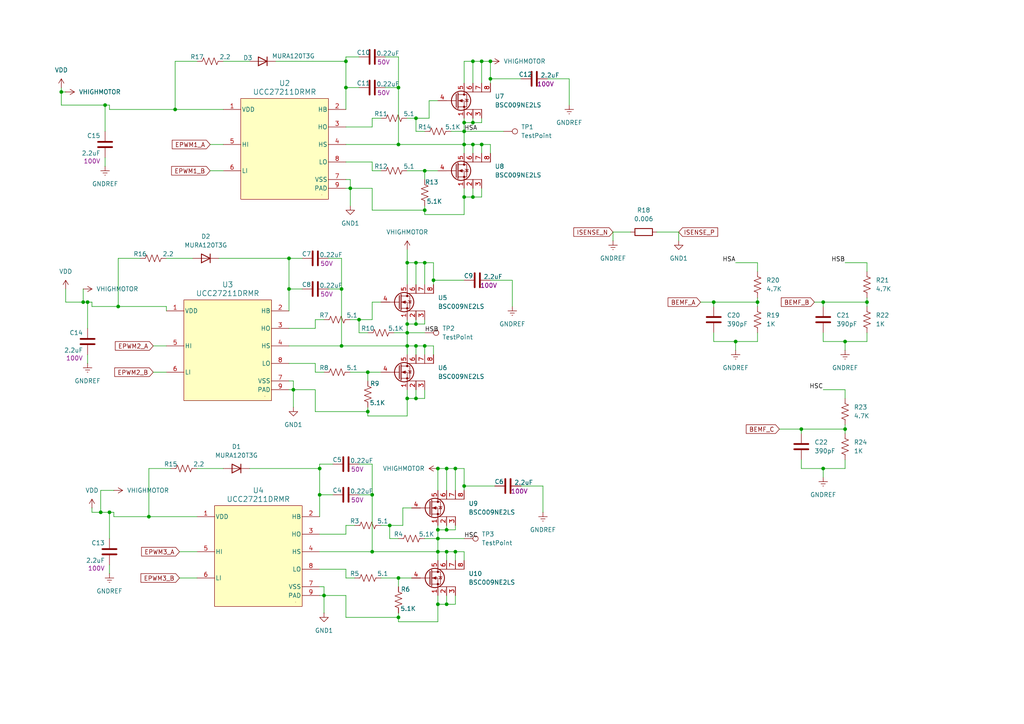
<source format=kicad_sch>
(kicad_sch (version 20250114) (generator "eeschema") (generator_version "9.0")
  (paper "A4")
  (lib_symbols
    (symbol "Connector:TestPoint" (pin_numbers (hide yes)) (pin_names (offset 0.762) (hide yes))
      (property "Reference" "TP" (at 0 6.858 0))
      (property "Value" "TestPoint" (at 0 5.08 0))
      (symbol "TestPoint_0_1"
        (circle (center 0 3.302) (radius 0.762))
      )
      (symbol "TestPoint_1_1"
        (pin passive line (at 0 0 90) (length 2.54) (name "1") (number "1"))
      )
    )
    (symbol "Device:C" (pin_numbers (hide yes)) (pin_names (offset 0.254))
      (property "Reference" "C" (at 0.635 2.54 0))
      (property "Value" "C" (at 0.635 -2.54 0))
      (symbol "C_0_1"
        (polyline (pts (xy -2.032 0.762) (xy 2.032 0.762)) (stroke (width 0.508)))
        (polyline (pts (xy -2.032 -0.762) (xy 2.032 -0.762)) (stroke (width 0.508)))
      )
      (symbol "C_1_1"
        (pin passive line (at 0 3.81 270) (length 2.794) (name "~") (number "1"))
        (pin passive line (at 0 -3.81 90) (length 2.794) (name "~") (number "2"))
      )
    )
    (symbol "Device:D" (pin_numbers (hide yes)) (pin_names (offset 1.016) (hide yes))
      (property "Reference" "D" (at 0 2.54 0))
      (property "Value" "D" (at 0 -2.54 0))
      (symbol "D_0_1"
        (polyline (pts (xy -1.27 1.27) (xy -1.27 -1.27)) (stroke (width 0.254)))
        (polyline (pts (xy 1.27 1.27) (xy 1.27 -1.27) (xy -1.27 0) (xy 1.27 1.27)) (stroke (width 0.254)))
        (polyline (pts (xy 1.27 0) (xy -1.27 0)))
      )
      (symbol "D_1_1"
        (pin passive line (at -3.81 0 0) (length 2.54) (name "K") (number "1"))
        (pin passive line (at 3.81 0 180) (length 2.54) (name "A") (number "2"))
      )
    )
    (symbol "Device:R" (pin_numbers (hide yes)) (pin_names (offset 0))
      (property "Reference" "R" (at 2.032 0 90))
      (property "Value" "R" (at 0 0 90))
      (symbol "R_0_1"
        (rectangle (start -1.016 -2.54) (end 1.016 2.54) (stroke (width 0.254)))
      )
      (symbol "R_1_1"
        (pin passive line (at 0 3.81 270) (length 1.27) (name "~") (number "1"))
        (pin passive line (at 0 -3.81 90) (length 1.27) (name "~") (number "2"))
      )
    )
    (symbol "Device:R_US" (pin_numbers (hide yes)) (pin_names (offset 0))
      (property "Reference" "R" (at 2.54 0 90))
      (property "Value" "R_US" (at -2.54 0 90))
      (symbol "R_US_0_1"
        (polyline (pts (xy 0 2.286) (xy 0 2.54)))
        (polyline (pts (xy 0 2.286) (xy 1.016 1.905) (xy 0 1.524) (xy -1.016 1.143) (xy 0 0.762)))
        (polyline (pts (xy 0 0.762) (xy 1.016 0.381) (xy 0 0) (xy -1.016 -0.381) (xy 0 -0.762)))
        (polyline (pts (xy 0 -0.762) (xy 1.016 -1.143) (xy 0 -1.524) (xy -1.016 -1.905) (xy 0 -2.286)))
        (polyline (pts (xy 0 -2.286) (xy 0 -2.54)))
      )
      (symbol "R_US_1_1"
        (pin passive line (at 0 3.81 270) (length 1.27) (name "~") (number "1"))
        (pin passive line (at 0 -3.81 90) (length 1.27) (name "~") (number "2"))
      )
    )
    (symbol "droneUltimate:BSC009NE2LS"
      (property "Reference" "U" (at 0 1.27 0))
      (property "Value" "BSC009NE2LS" (at 0.508 -0.762 0))
      (symbol "BSC009NE2LS_0_1"
        (polyline (pts (xy 1.524 -5.715) (xy 1.524 -9.525)) (stroke (width 0.254)))
        (polyline (pts (xy 1.524 -7.62) (xy -1.27 -7.62)))
        (polyline (pts (xy 2.032 -5.334) (xy 2.032 -9.906)) (stroke (width 0.254)))
        (polyline (pts (xy 2.032 -9.398) (xy 4.572 -9.398) (xy 4.572 -5.842) (xy 2.032 -5.842)))
        (polyline (pts (xy 2.286 -7.62) (xy 3.302 -7.239) (xy 3.302 -8.001) (xy 2.286 -7.62)) (fill (type outline)))
        (circle (center 2.921 -7.62) (radius 2.794) (stroke (width 0.254)))
        (polyline (pts (xy 3.81 -5.08) (xy 3.81 -5.842)))
        (circle (center 3.81 -5.842) (radius 0.254) (fill (type outline)))
        (circle (center 3.81 -9.398) (radius 0.254) (fill (type outline)))
        (polyline (pts (xy 3.81 -10.16) (xy 3.81 -7.62) (xy 2.032 -7.62)))
        (polyline (pts (xy 4.064 -7.112) (xy 4.191 -7.239) (xy 4.953 -7.239) (xy 5.08 -7.366)))
        (polyline (pts (xy 4.572 -7.239) (xy 4.191 -7.874) (xy 4.953 -7.874) (xy 4.572 -7.239)))
        (polyline (pts (xy 8.89 -10.16) (xy 3.81 -10.16)))
        (polyline (pts (xy 11.43 -5.08) (xy 3.81 -5.08)))
      )
      (symbol "BSC009NE2LS_1_1"
        (pin input line (at -3.81 -7.62 0) (length 2.54) (name "") (number "4"))
        (pin passive line (at 3.81 -2.54 270) (length 2.54) (name "") (number "5"))
        (pin passive line (at 3.81 -12.7 90) (length 2.54) (name "") (number "1"))
        (pin passive line (at 6.35 -2.54 270) (length 2.54) (name "") (number "6"))
        (pin passive line (at 6.35 -12.7 90) (length 2.54) (name "") (number "2"))
        (pin passive line (at 8.89 -2.54 270) (length 2.54) (name "") (number "7"))
        (pin passive line (at 8.89 -12.7 90) (length 2.54) (name "") (number "3"))
        (pin passive line (at 11.43 -2.54 270) (length 2.54) (name "") (number "8"))
      )
    )
    (symbol "droneUltimate:UCC27211DRMR" (pin_names (offset 0.254))
      (property "Reference" "U" (at 0 2.54 0))
      (property "Value" "UCC27211DRMR" (at 0 0 0))
      (symbol "UCC27211DRMR_0_1"
        (pin power_in line (at -17.78 10.16 0) (length 5.08) (name "VDD") (number "1"))
        (pin input line (at -17.78 0 0) (length 5.08) (name "HI") (number "5"))
        (pin input line (at -17.78 -7.62 0) (length 5.08) (name "LI") (number "6"))
        (pin power_in line (at 17.78 10.16 180) (length 5.08) (name "HB") (number "2"))
        (pin output line (at 17.78 5.08 180) (length 5.08) (name "HO") (number "3"))
        (pin power_in line (at 17.78 0 180) (length 5.08) (name "HS") (number "4"))
        (pin output line (at 17.78 -5.08 180) (length 5.08) (name "LO") (number "8"))
        (pin power_in line (at 17.78 -10.16 180) (length 5.08) (name "VSS") (number "7"))
        (pin unspecified line (at 17.78 -12.7 180) (length 5.08) (name "PAD") (number "9"))
      )
      (symbol "UCC27211DRMR_1_1"
        (rectangle (start -12.7 13.335) (end 12.7 -15.875) (fill (type background)))
        (rectangle (start 10.795 -14.605) (end 10.795 -14.605))
      )
    )
    (symbol "power:+3V3" (power) (pin_numbers (hide yes)) (pin_names (offset 0) (hide yes))
      (property "Value" "+3V3" (at 0 3.556 0))
      (symbol "+3V3_0_1"
        (polyline (pts (xy -0.762 1.27) (xy 0 2.54)))
        (polyline (pts (xy 0 2.54) (xy 0.762 1.27)))
        (polyline (pts (xy 0 0) (xy 0 2.54)))
      )
      (symbol "+3V3_1_1"
        (pin power_in line (at 0 0 90) (length 0) (name "~") (number "1"))
      )
    )
    (symbol "power:GND1" (power) (pin_numbers (hide yes)) (pin_names (offset 0) (hide yes))
      (property "Value" "GND1" (at 0 -3.81 0))
      (symbol "GND1_0_1"
        (polyline (pts (xy 0 0) (xy 0 -1.27) (xy 1.27 -1.27) (xy 0 -2.54) (xy -1.27 -1.27) (xy 0 -1.27)))
      )
      (symbol "GND1_1_1"
        (pin power_in line (at 0 0 270) (length 0) (name "~") (number "1"))
      )
    )
    (symbol "power:GNDREF" (power) (pin_numbers (hide yes)) (pin_names (offset 0) (hide yes))
      (property "Value" "GNDREF" (at 0 -3.81 0))
      (symbol "GNDREF_0_1"
        (polyline (pts (xy -0.635 -1.905) (xy 0.635 -1.905)))
        (polyline (pts (xy -0.127 -2.54) (xy 0.127 -2.54)))
        (polyline (pts (xy 0 -1.27) (xy 0 0)))
        (polyline (pts (xy 1.27 -1.27) (xy -1.27 -1.27)))
      )
      (symbol "GNDREF_1_1"
        (pin power_in line (at 0 0 270) (length 0) (name "~") (number "1"))
      )
    )
    (symbol "power:VCC" (power) (pin_numbers (hide yes)) (pin_names (offset 0) (hide yes))
      (property "Value" "VCC" (at 0 3.556 0))
      (symbol "VCC_0_1"
        (polyline (pts (xy -0.762 1.27) (xy 0 2.54)))
        (polyline (pts (xy 0 2.54) (xy 0.762 1.27)))
        (polyline (pts (xy 0 0) (xy 0 2.54)))
      )
      (symbol "VCC_1_1"
        (pin power_in line (at 0 0 90) (length 0) (name "~") (number "1"))
      )
    )
  )
  (junction (at 17.78 26.67))
  (junction (at 127 175.26))
  (junction (at 106.68 119.38))
  (junction (at 245.11 99.06))
  (junction (at 115.57 167.64))
  (junction (at 118.11 76.2))
  (junction (at 92.71 143.51))
  (junction (at 34.29 88.9))
  (junction (at 92.71 135.89))
  (junction (at 125.73 81.28))
  (junction (at 120.65 34.29))
  (junction (at 132.08 135.89))
  (junction (at 139.7 17.78))
  (junction (at 132.08 160.02))
  (junction (at 107.95 143.51))
  (junction (at 134.62 140.97))
  (junction (at 118.11 100.33))
  (junction (at 85.09 113.03))
  (junction (at 134.62 41.91))
  (junction (at 101.6 54.61))
  (junction (at 127 160.02))
  (junction (at 118.11 96.52))
  (junction (at 104.14 92.71))
  (junction (at 100.33 25.4))
  (junction (at 142.24 17.78))
  (junction (at 100.33 17.78))
  (junction (at 134.62 35.56))
  (junction (at 24.13 87.63))
  (junction (at 232.41 124.46))
  (junction (at 115.57 179.07))
  (junction (at 137.16 35.56))
  (junction (at 219.71 87.63))
  (junction (at 115.57 41.91))
  (junction (at 120.65 93.98))
  (junction (at 31.75 148.59))
  (junction (at 142.24 22.86))
  (junction (at 123.19 100.33))
  (junction (at 238.76 135.89))
  (junction (at 50.8 31.75))
  (junction (at 251.46 87.63))
  (junction (at 213.36 99.06))
  (junction (at 106.68 107.95))
  (junction (at 118.11 93.98))
  (junction (at 123.19 60.96))
  (junction (at 30.48 30.48))
  (junction (at 127 156.21))
  (junction (at 120.65 100.33))
  (junction (at 129.54 175.26))
  (junction (at 123.19 76.2))
  (junction (at 127 135.89))
  (junction (at 134.62 38.1))
  (junction (at 137.16 41.91))
  (junction (at 118.11 115.57))
  (junction (at 120.65 76.2))
  (junction (at 139.7 41.91))
  (junction (at 99.06 100.33))
  (junction (at 129.54 153.67))
  (junction (at 120.65 115.57))
  (junction (at 245.11 124.46))
  (junction (at 127 153.67))
  (junction (at 137.16 17.78))
  (junction (at 129.54 135.89))
  (junction (at 115.57 25.4))
  (junction (at 43.18 149.86))
  (junction (at 25.4 87.63))
  (junction (at 93.98 172.72))
  (junction (at 129.54 160.02))
  (junction (at 99.06 83.82))
  (junction (at 134.62 57.15))
  (junction (at 83.82 83.82))
  (junction (at 29.21 148.59))
  (junction (at 107.95 160.02))
  (junction (at 137.16 57.15))
  (junction (at 238.76 87.63))
  (junction (at 83.82 74.93))
  (junction (at 207.01 87.63))
  (junction (at 113.03 152.4))
  (junction (at 123.19 49.53))
  (wire (pts (xy 129.54 160.02) (xy 127 160.02)))
  (wire (pts (xy 31.75 156.21) (xy 31.75 148.59)))
  (wire (pts (xy 80.01 17.78) (xy 100.33 17.78)))
  (wire (pts (xy 129.54 175.26) (xy 127 175.26)))
  (wire (pts (xy 151.13 140.97) (xy 157.48 140.97)))
  (wire (pts (xy 60.96 49.53) (xy 64.77 49.53)))
  (wire (pts (xy 118.11 72.39) (xy 118.11 76.2)))
  (wire (pts (xy 115.57 179.07) (xy 100.33 179.07)))
  (wire (pts (xy 48.26 74.93) (xy 55.88 74.93)))
  (wire (pts (xy 107.95 49.53) (xy 110.49 49.53)))
  (wire (pts (xy 236.22 87.63) (xy 238.76 87.63)))
  (wire (pts (xy 127 160.02) (xy 127 156.21)))
  (wire (pts (xy 91.44 107.95) (xy 93.98 107.95)))
  (wire (pts (xy 129.54 152.4) (xy 129.54 153.67)))
  (wire (pts (xy 127 153.67) (xy 127 156.21)))
  (wire (pts (xy 64.77 17.78) (xy 72.39 17.78)))
  (wire (pts (xy 134.62 41.91) (xy 134.62 38.1)))
  (wire (pts (xy 123.19 76.2) (xy 123.19 82.55)))
  (wire (pts (xy 29.21 142.24) (xy 29.21 148.59)))
  (wire (pts (xy 245.11 124.46) (xy 245.11 123.19)))
  (wire (pts (xy 83.82 95.25) (xy 91.44 95.25)))
  (wire (pts (xy 30.48 38.1) (xy 30.48 30.48)))
  (wire (pts (xy 48.26 88.9) (xy 48.26 90.17)))
  (wire (pts (xy 123.19 38.1) (xy 120.65 38.1)))
  (wire (pts (xy 113.03 152.4) (xy 116.84 152.4)))
  (wire (pts (xy 106.68 107.95) (xy 106.68 110.49)))
  (wire (pts (xy 123.19 60.96) (xy 123.19 62.23)))
  (wire (pts (xy 107.95 46.99) (xy 107.95 49.53)))
  (wire (pts (xy 106.68 96.52) (xy 104.14 96.52)))
  (wire (pts (xy 137.16 17.78) (xy 137.16 24.13)))
  (wire (pts (xy 107.95 160.02) (xy 127 160.02)))
  (wire (pts (xy 118.11 49.53) (xy 123.19 49.53)))
  (wire (pts (xy 92.71 134.62) (xy 92.71 135.89)))
  (wire (pts (xy 134.62 17.78) (xy 134.62 24.13)))
  (wire (pts (xy 30.48 45.72) (xy 30.48 48.26)))
  (wire (pts (xy 104.14 16.51) (xy 100.33 16.51)))
  (wire (pts (xy 129.54 162.56) (xy 129.54 160.02)))
  (wire (pts (xy 85.09 113.03) (xy 85.09 118.11)))
  (wire (pts (xy 245.11 76.2) (xy 251.46 76.2)))
  (wire (pts (xy 33.02 149.86) (xy 43.18 149.86)))
  (wire (pts (xy 101.6 52.07) (xy 101.6 54.61)))
  (wire (pts (xy 100.33 165.1) (xy 100.33 167.64)))
  (wire (pts (xy 238.76 99.06) (xy 245.11 99.06)))
  (wire (pts (xy 120.65 100.33) (xy 118.11 100.33)))
  (wire (pts (xy 33.02 148.59) (xy 33.02 149.86)))
  (wire (pts (xy 232.41 125.73) (xy 232.41 124.46)))
  (wire (pts (xy 107.95 60.96) (xy 107.95 54.61)))
  (wire (pts (xy 104.14 92.71) (xy 107.95 92.71)))
  (wire (pts (xy 203.2 87.63) (xy 207.01 87.63)))
  (wire (pts (xy 118.11 100.33) (xy 118.11 102.87)))
  (wire (pts (xy 142.24 17.78) (xy 139.7 17.78)))
  (wire (pts (xy 29.21 148.59) (xy 31.75 148.59)))
  (wire (pts (xy 134.62 156.21) (xy 127 156.21)))
  (wire (pts (xy 118.11 96.52) (xy 114.3 96.52)))
  (wire (pts (xy 100.33 54.61) (xy 101.6 54.61)))
  (wire (pts (xy 127 160.02) (xy 127 162.56)))
  (wire (pts (xy 92.71 135.89) (xy 92.71 143.51)))
  (wire (pts (xy 127 156.21) (xy 123.19 156.21)))
  (wire (pts (xy 134.62 57.15) (xy 134.62 54.61)))
  (wire (pts (xy 43.18 135.89) (xy 43.18 149.86)))
  (wire (pts (xy 120.65 113.03) (xy 120.65 115.57)))
  (wire (pts (xy 44.45 107.95) (xy 48.26 107.95)))
  (wire (pts (xy 31.75 163.83) (xy 31.75 166.37)))
  (wire (pts (xy 177.8 67.31) (xy 177.8 69.85)))
  (wire (pts (xy 125.73 82.55) (xy 125.73 81.28)))
  (wire (pts (xy 17.78 26.67) (xy 17.78 30.48)))
  (wire (pts (xy 115.57 177.8) (xy 115.57 179.07)))
  (wire (pts (xy 132.08 172.72) (xy 132.08 175.26)))
  (wire (pts (xy 142.24 22.86) (xy 142.24 17.78)))
  (wire (pts (xy 100.33 154.94) (xy 100.33 152.4)))
  (wire (pts (xy 95.25 83.82) (xy 99.06 83.82)))
  (wire (pts (xy 118.11 100.33) (xy 118.11 96.52)))
  (wire (pts (xy 91.44 113.03) (xy 85.09 113.03)))
  (wire (pts (xy 100.33 25.4) (xy 104.14 25.4)))
  (wire (pts (xy 107.95 34.29) (xy 110.49 34.29)))
  (wire (pts (xy 137.16 17.78) (xy 134.62 17.78)))
  (wire (pts (xy 99.06 83.82) (xy 99.06 100.33)))
  (wire (pts (xy 111.76 25.4) (xy 115.57 25.4)))
  (wire (pts (xy 87.63 74.93) (xy 83.82 74.93)))
  (wire (pts (xy 139.7 41.91) (xy 139.7 44.45)))
  (wire (pts (xy 238.76 135.89) (xy 245.11 135.89)))
  (wire (pts (xy 118.11 115.57) (xy 118.11 113.03)))
  (wire (pts (xy 106.68 119.38) (xy 91.44 119.38)))
  (wire (pts (xy 83.82 113.03) (xy 85.09 113.03)))
  (wire (pts (xy 17.78 30.48) (xy 30.48 30.48)))
  (wire (pts (xy 134.62 38.1) (xy 130.81 38.1)))
  (wire (pts (xy 118.11 76.2) (xy 118.11 82.55)))
  (wire (pts (xy 104.14 96.52) (xy 104.14 92.71)))
  (wire (pts (xy 182.88 67.31) (xy 177.8 67.31)))
  (wire (pts (xy 219.71 87.63) (xy 219.71 88.9)))
  (wire (pts (xy 134.62 140.97) (xy 143.51 140.97)))
  (wire (pts (xy 127 135.89) (xy 127 142.24)))
  (wire (pts (xy 238.76 113.03) (xy 245.11 113.03)))
  (wire (pts (xy 116.84 147.32) (xy 119.38 147.32)))
  (wire (pts (xy 132.08 160.02) (xy 129.54 160.02)))
  (wire (pts (xy 107.95 36.83) (xy 107.95 34.29)))
  (wire (pts (xy 219.71 99.06) (xy 219.71 96.52)))
  (wire (pts (xy 123.19 100.33) (xy 123.19 102.87)))
  (wire (pts (xy 120.65 102.87) (xy 120.65 100.33)))
  (wire (pts (xy 92.71 143.51) (xy 96.52 143.51)))
  (wire (pts (xy 123.19 76.2) (xy 120.65 76.2)))
  (wire (pts (xy 50.8 17.78) (xy 50.8 31.75)))
  (wire (pts (xy 101.6 92.71) (xy 104.14 92.71)))
  (wire (pts (xy 95.25 74.93) (xy 99.06 74.93)))
  (wire (pts (xy 115.57 16.51) (xy 115.57 25.4)))
  (wire (pts (xy 123.19 115.57) (xy 120.65 115.57)))
  (wire (pts (xy 137.16 41.91) (xy 134.62 41.91)))
  (wire (pts (xy 120.65 76.2) (xy 120.65 82.55)))
  (wire (pts (xy 134.62 160.02) (xy 132.08 160.02)))
  (wire (pts (xy 196.85 67.31) (xy 196.85 69.85)))
  (wire (pts (xy 92.71 160.02) (xy 107.95 160.02)))
  (wire (pts (xy 26.67 148.59) (xy 29.21 148.59)))
  (wire (pts (xy 132.08 135.89) (xy 129.54 135.89)))
  (wire (pts (xy 24.13 87.63) (xy 25.4 87.63)))
  (wire (pts (xy 148.59 81.28) (xy 148.59 88.9)))
  (wire (pts (xy 245.11 124.46) (xy 245.11 125.73)))
  (wire (pts (xy 139.7 17.78) (xy 137.16 17.78)))
  (wire (pts (xy 137.16 34.29) (xy 137.16 35.56)))
  (wire (pts (xy 52.07 167.64) (xy 57.15 167.64)))
  (wire (pts (xy 101.6 54.61) (xy 101.6 59.69)))
  (wire (pts (xy 25.4 87.63) (xy 26.67 87.63)))
  (wire (pts (xy 17.78 25.4) (xy 17.78 26.67)))
  (wire (pts (xy 158.75 22.86) (xy 165.1 22.86)))
  (wire (pts (xy 91.44 119.38) (xy 91.44 113.03)))
  (wire (pts (xy 115.57 179.07) (xy 115.57 180.34)))
  (wire (pts (xy 123.19 60.96) (xy 107.95 60.96)))
  (wire (pts (xy 110.49 167.64) (xy 115.57 167.64)))
  (wire (pts (xy 137.16 57.15) (xy 134.62 57.15)))
  (wire (pts (xy 129.54 153.67) (xy 127 153.67)))
  (wire (pts (xy 134.62 135.89) (xy 132.08 135.89)))
  (wire (pts (xy 33.02 142.24) (xy 29.21 142.24)))
  (wire (pts (xy 104.14 134.62) (xy 107.95 134.62)))
  (wire (pts (xy 26.67 88.9) (xy 34.29 88.9)))
  (wire (pts (xy 113.03 156.21) (xy 113.03 152.4)))
  (wire (pts (xy 129.54 135.89) (xy 127 135.89)))
  (wire (pts (xy 100.33 17.78) (xy 100.33 25.4)))
  (wire (pts (xy 83.82 110.49) (xy 85.09 110.49)))
  (wire (pts (xy 251.46 87.63) (xy 251.46 86.36)))
  (wire (pts (xy 106.68 107.95) (xy 110.49 107.95)))
  (wire (pts (xy 132.08 175.26) (xy 129.54 175.26)))
  (wire (pts (xy 110.49 152.4) (xy 113.03 152.4)))
  (wire (pts (xy 132.08 135.89) (xy 132.08 142.24)))
  (wire (pts (xy 132.08 160.02) (xy 132.08 162.56)))
  (wire (pts (xy 100.33 46.99) (xy 107.95 46.99)))
  (wire (pts (xy 31.75 30.48) (xy 31.75 31.75)))
  (wire (pts (xy 207.01 99.06) (xy 213.36 99.06)))
  (wire (pts (xy 19.05 83.82) (xy 19.05 87.63)))
  (wire (pts (xy 219.71 76.2) (xy 219.71 78.74)))
  (wire (pts (xy 111.76 16.51) (xy 115.57 16.51)))
  (wire (pts (xy 100.33 152.4) (xy 102.87 152.4)))
  (wire (pts (xy 40.64 74.93) (xy 34.29 74.93)))
  (wire (pts (xy 232.41 133.35) (xy 232.41 135.89)))
  (wire (pts (xy 139.7 34.29) (xy 139.7 35.56)))
  (wire (pts (xy 91.44 95.25) (xy 91.44 92.71)))
  (wire (pts (xy 125.73 76.2) (xy 123.19 76.2)))
  (wire (pts (xy 91.44 92.71) (xy 93.98 92.71)))
  (wire (pts (xy 17.78 26.67) (xy 19.05 26.67)))
  (wire (pts (xy 123.19 49.53) (xy 123.19 52.07)))
  (wire (pts (xy 127 180.34) (xy 127 175.26)))
  (wire (pts (xy 142.24 22.86) (xy 151.13 22.86)))
  (wire (pts (xy 91.44 105.41) (xy 91.44 107.95)))
  (wire (pts (xy 100.33 172.72) (xy 93.98 172.72)))
  (wire (pts (xy 125.73 81.28) (xy 125.73 76.2)))
  (wire (pts (xy 137.16 54.61) (xy 137.16 57.15)))
  (wire (pts (xy 120.65 34.29) (xy 124.46 34.29)))
  (wire (pts (xy 118.11 34.29) (xy 120.65 34.29)))
  (wire (pts (xy 134.62 38.1) (xy 146.05 38.1)))
  (wire (pts (xy 93.98 172.72) (xy 93.98 177.8)))
  (wire (pts (xy 124.46 34.29) (xy 124.46 29.21)))
  (wire (pts (xy 139.7 17.78) (xy 139.7 24.13)))
  (wire (pts (xy 49.53 135.89) (xy 43.18 135.89)))
  (wire (pts (xy 92.71 172.72) (xy 93.98 172.72)))
  (wire (pts (xy 142.24 41.91) (xy 139.7 41.91)))
  (wire (pts (xy 238.76 135.89) (xy 238.76 138.43)))
  (wire (pts (xy 123.19 49.53) (xy 127 49.53)))
  (wire (pts (xy 245.11 99.06) (xy 245.11 101.6)))
  (wire (pts (xy 96.52 134.62) (xy 92.71 134.62)))
  (wire (pts (xy 245.11 99.06) (xy 251.46 99.06)))
  (wire (pts (xy 142.24 24.13) (xy 142.24 22.86)))
  (wire (pts (xy 134.62 62.23) (xy 134.62 57.15)))
  (wire (pts (xy 207.01 96.52) (xy 207.01 99.06)))
  (wire (pts (xy 213.36 76.2) (xy 219.71 76.2)))
  (wire (pts (xy 125.73 102.87) (xy 125.73 100.33)))
  (wire (pts (xy 107.95 92.71) (xy 107.95 87.63)))
  (wire (pts (xy 120.65 92.71) (xy 120.65 93.98)))
  (wire (pts (xy 92.71 165.1) (xy 100.33 165.1)))
  (wire (pts (xy 100.33 36.83) (xy 107.95 36.83)))
  (wire (pts (xy 107.95 87.63) (xy 110.49 87.63)))
  (wire (pts (xy 107.95 134.62) (xy 107.95 143.51)))
  (wire (pts (xy 83.82 90.17) (xy 83.82 83.82)))
  (wire (pts (xy 125.73 100.33) (xy 123.19 100.33)))
  (wire (pts (xy 251.46 99.06) (xy 251.46 96.52)))
  (wire (pts (xy 120.65 115.57) (xy 118.11 115.57)))
  (wire (pts (xy 83.82 83.82) (xy 87.63 83.82)))
  (wire (pts (xy 238.76 88.9) (xy 238.76 87.63)))
  (wire (pts (xy 219.71 87.63) (xy 219.71 86.36)))
  (wire (pts (xy 26.67 87.63) (xy 26.67 88.9)))
  (wire (pts (xy 118.11 93.98) (xy 118.11 96.52)))
  (wire (pts (xy 100.33 16.51) (xy 100.33 17.78)))
  (wire (pts (xy 115.57 156.21) (xy 113.03 156.21)))
  (wire (pts (xy 116.84 152.4) (xy 116.84 147.32)))
  (wire (pts (xy 50.8 31.75) (xy 64.77 31.75)))
  (wire (pts (xy 142.24 44.45) (xy 142.24 41.91)))
  (wire (pts (xy 19.05 87.63) (xy 24.13 87.63)))
  (wire (pts (xy 106.68 118.11) (xy 106.68 119.38)))
  (wire (pts (xy 139.7 54.61) (xy 139.7 57.15)))
  (wire (pts (xy 251.46 76.2) (xy 251.46 78.74)))
  (wire (pts (xy 115.57 167.64) (xy 119.38 167.64)))
  (wire (pts (xy 92.71 170.18) (xy 93.98 170.18)))
  (wire (pts (xy 129.54 135.89) (xy 129.54 142.24)))
  (wire (pts (xy 123.19 96.52) (xy 118.11 96.52)))
  (wire (pts (xy 232.41 124.46) (xy 245.11 124.46)))
  (wire (pts (xy 25.4 102.87) (xy 25.4 105.41)))
  (wire (pts (xy 115.57 180.34) (xy 127 180.34)))
  (wire (pts (xy 190.5 67.31) (xy 196.85 67.31)))
  (wire (pts (xy 245.11 113.03) (xy 245.11 115.57)))
  (wire (pts (xy 142.24 81.28) (xy 148.59 81.28)))
  (wire (pts (xy 137.16 35.56) (xy 134.62 35.56)))
  (wire (pts (xy 139.7 35.56) (xy 137.16 35.56)))
  (wire (pts (xy 43.18 149.86) (xy 57.15 149.86)))
  (wire (pts (xy 139.7 41.91) (xy 137.16 41.91)))
  (wire (pts (xy 157.48 140.97) (xy 157.48 148.59)))
  (wire (pts (xy 104.14 143.51) (xy 107.95 143.51)))
  (wire (pts (xy 100.33 41.91) (xy 115.57 41.91)))
  (wire (pts (xy 120.65 76.2) (xy 118.11 76.2)))
  (wire (pts (xy 123.19 59.69) (xy 123.19 60.96)))
  (wire (pts (xy 123.19 100.33) (xy 120.65 100.33)))
  (wire (pts (xy 31.75 31.75) (xy 50.8 31.75)))
  (wire (pts (xy 99.06 74.93) (xy 99.06 83.82)))
  (wire (pts (xy 72.39 135.89) (xy 92.71 135.89)))
  (wire (pts (xy 106.68 120.65) (xy 118.11 120.65)))
  (wire (pts (xy 100.33 31.75) (xy 100.33 25.4)))
  (wire (pts (xy 115.57 167.64) (xy 115.57 170.18)))
  (wire (pts (xy 52.07 160.02) (xy 57.15 160.02)))
  (wire (pts (xy 115.57 25.4) (xy 115.57 41.91)))
  (wire (pts (xy 213.36 99.06) (xy 219.71 99.06)))
  (wire (pts (xy 132.08 152.4) (xy 132.08 153.67)))
  (wire (pts (xy 139.7 57.15) (xy 137.16 57.15)))
  (wire (pts (xy 207.01 88.9) (xy 207.01 87.63)))
  (wire (pts (xy 106.68 119.38) (xy 106.68 120.65)))
  (wire (pts (xy 107.95 54.61) (xy 101.6 54.61)))
  (wire (pts (xy 127 152.4) (xy 127 153.67)))
  (wire (pts (xy 132.08 153.67) (xy 129.54 153.67)))
  (wire (pts (xy 26.67 147.32) (xy 26.67 148.59)))
  (wire (pts (xy 123.19 62.23) (xy 134.62 62.23)))
  (wire (pts (xy 245.11 135.89) (xy 245.11 133.35)))
  (wire (pts (xy 107.95 143.51) (xy 107.95 160.02)))
  (wire (pts (xy 92.71 154.94) (xy 100.33 154.94)))
  (wire (pts (xy 24.13 83.82) (xy 24.13 87.63)))
  (wire (pts (xy 118.11 92.71) (xy 118.11 93.98)))
  (wire (pts (xy 63.5 74.93) (xy 83.82 74.93)))
  (wire (pts (xy 57.15 17.78) (xy 50.8 17.78)))
  (wire (pts (xy 123.19 93.98) (xy 120.65 93.98)))
  (wire (pts (xy 134.62 34.29) (xy 134.62 35.56)))
  (wire (pts (xy 115.57 41.91) (xy 134.62 41.91)))
  (wire (pts (xy 127 175.26) (xy 127 172.72)))
  (wire (pts (xy 238.76 87.63) (xy 251.46 87.63)))
  (wire (pts (xy 85.09 110.49) (xy 85.09 113.03)))
  (wire (pts (xy 100.33 167.64) (xy 102.87 167.64)))
  (wire (pts (xy 101.6 107.95) (xy 106.68 107.95)))
  (wire (pts (xy 134.62 140.97) (xy 134.62 135.89)))
  (wire (pts (xy 123.19 113.03) (xy 123.19 115.57)))
  (wire (pts (xy 44.45 100.33) (xy 48.26 100.33)))
  (wire (pts (xy 30.48 30.48) (xy 31.75 30.48)))
  (wire (pts (xy 120.65 38.1) (xy 120.65 34.29)))
  (wire (pts (xy 118.11 120.65) (xy 118.11 115.57)))
  (wire (pts (xy 125.73 81.28) (xy 134.62 81.28)))
  (wire (pts (xy 134.62 162.56) (xy 134.62 160.02)))
  (wire (pts (xy 165.1 22.86) (xy 165.1 30.48)))
  (wire (pts (xy 129.54 172.72) (xy 129.54 175.26)))
  (wire (pts (xy 123.19 92.71) (xy 123.19 93.98)))
  (wire (pts (xy 83.82 74.93) (xy 83.82 83.82)))
  (wire (pts (xy 251.46 87.63) (xy 251.46 88.9)))
  (wire (pts (xy 134.62 142.24) (xy 134.62 140.97)))
  (wire (pts (xy 124.46 29.21) (xy 127 29.21)))
  (wire (pts (xy 232.41 135.89) (xy 238.76 135.89)))
  (wire (pts (xy 134.62 41.91) (xy 134.62 44.45)))
  (wire (pts (xy 83.82 100.33) (xy 99.06 100.33)))
  (wire (pts (xy 207.01 87.63) (xy 219.71 87.63)))
  (wire (pts (xy 83.82 105.41) (xy 91.44 105.41)))
  (wire (pts (xy 99.06 100.33) (xy 118.11 100.33)))
  (wire (pts (xy 60.96 41.91) (xy 64.77 41.91)))
  (wire (pts (xy 93.98 170.18) (xy 93.98 172.72)))
  (wire (pts (xy 238.76 96.52) (xy 238.76 99.06)))
  (wire (pts (xy 34.29 88.9) (xy 48.26 88.9)))
  (wire (pts (xy 134.62 35.56) (xy 134.62 38.1)))
  (wire (pts (xy 92.71 149.86) (xy 92.71 143.51)))
  (wire (pts (xy 57.15 135.89) (xy 64.77 135.89)))
  (wire (pts (xy 31.75 148.59) (xy 33.02 148.59)))
  (wire (pts (xy 25.4 95.25) (xy 25.4 87.63)))
  (wire (pts (xy 100.33 179.07) (xy 100.33 172.72)))
  (wire (pts (xy 34.29 74.93) (xy 34.29 88.9)))
  (wire (pts (xy 213.36 99.06) (xy 213.36 101.6)))
  (wire (pts (xy 100.33 52.07) (xy 101.6 52.07)))
  (wire (pts (xy 226.06 124.46) (xy 232.41 124.46)))
  (wire (pts (xy 137.16 44.45) (xy 137.16 41.91)))
  (wire (pts (xy 120.65 93.98) (xy 118.11 93.98)))
  (label "HSB" (at 245.11 76.2 180))
  (label "HSA" (at 134.62 38.1 0))
  (label "HSC" (at 238.76 113.03 180))
  (label "HSC" (at 134.62 156.21 0))
  (label "HSA" (at 213.36 76.2 180))
  (label "HSB" (at 123.19 96.52 0))
  (global_label "BEMF_C" (shape input) (at 226.06 124.46 180) (property "Intersheetrefs" "${INTERSHEET_REFS}" (effects (hide yes))))
  (global_label "BEMF_B" (shape input) (at 236.22 87.63 180) (property "Intersheetrefs" "${INTERSHEET_REFS}" (effects (hide yes))))
  (global_label "EPWM2_B" (shape input) (at 44.45 107.95 180) (property "Intersheetrefs" "${INTERSHEET_REFS}" (effects (hide yes))))
  (global_label "BEMF_A" (shape input) (at 203.2 87.63 180) (property "Intersheetrefs" "${INTERSHEET_REFS}" (effects (hide yes))))
  (global_label "EPWM1_A" (shape input) (at 60.96 41.91 180) (property "Intersheetrefs" "${INTERSHEET_REFS}" (effects (hide yes))))
  (global_label "EPWM3_B" (shape input) (at 52.07 167.64 180) (property "Intersheetrefs" "${INTERSHEET_REFS}" (effects (hide yes))))
  (global_label "ISENSE_P" (shape input) (at 196.85 67.31 0) (property "Intersheetrefs" "${INTERSHEET_REFS}" (effects (hide yes))))
  (global_label "EPWM2_A" (shape input) (at 44.45 100.33 180) (property "Intersheetrefs" "${INTERSHEET_REFS}" (effects (hide yes))))
  (global_label "EPWM3_A" (shape input) (at 52.07 160.02 180) (property "Intersheetrefs" "${INTERSHEET_REFS}" (effects (hide yes))))
  (global_label "ISENSE_N" (shape input) (at 177.8 67.31 180) (property "Intersheetrefs" "${INTERSHEET_REFS}" (effects (hide yes))))
  (global_label "EPWM1_B" (shape input) (at 60.96 49.53 180) (property "Intersheetrefs" "${INTERSHEET_REFS}" (effects (hide yes))))
  (symbol (lib_id "droneUltimate:BSC009NE2LS") (at 130.81 41.91 0) (unit 1)
    (property "Reference" "U8" (at 143.51 48.2599 0) (effects (justify left)))
    (property "Value" "BSC009NE2LS" (at 143.51 50.7999 0) (effects (justify left)))
    (property "Footprint" "footprints:PG-TDSON-8_L5.0-W6.0-P1.27-BL-EP" (effects (hide yes)))
    (property "LCSC Part #" "C534276" (effects (hide yes)))
  )
  (symbol (lib_id "Device:C") (at 154.94 22.86 90) (unit 1)
    (property "Reference" "C12" (at 152.4 21.59 90))
    (property "Value" "2.2uF" (at 159.512 21.844 90))
    (property "Footprint" "Capacitor_SMD:C_0805_2012Metric" (effects (hide yes)))
    (property "Description" "Unpolarized capacitor" (effects (hide yes)))
    (property "Voltage Rating" "100V" (at 158.242 24.384 90))
    (property "LCSC Part #" "C2981733" (effects (hide yes)))
  )
  (symbol (lib_id "Device:C") (at 238.76 92.71 0) (unit 1)
    (property "Reference" "C21" (at 242.57 91.4399 0) (effects (justify left)))
    (property "Value" "390pF" (at 242.57 93.9799 0) (effects (justify left)))
    (property "Footprint" "Capacitor_SMD:C_0603_1608Metric" (effects (hide yes)))
    (property "Description" "Unpolarized capacitor" (effects (hide yes)))
    (property "LCSC Part #" "C107050" (effects (hide yes)))
  )
  (symbol (lib_id "power:GNDREF") (at 213.36 101.6 0) (unit 1)
    (property "Reference" "#PWR032" (effects (hide yes)))
    (property "Value" "GNDREF" (at 213.36 106.68 0))
    (property "Description" "Power symbol creates a global label with name \"GNDREF\" , reference supply ground" (effects (hide yes)))
  )
  (symbol (lib_id "Device:R_US") (at 115.57 173.99 180) (unit 1)
    (property "Reference" "R6" (at 117.602 170.942 0))
    (property "Value" "5.1K" (at 118.364 176.53 0))
    (property "Footprint" "Resistor_SMD:R_0603_1608Metric" (effects (hide yes)))
    (property "Description" "Resistor, US symbol" (effects (hide yes)))
    (property "LCSC Part #" "C2907044" (effects (hide yes)))
  )
  (symbol (lib_id "Device:R") (at 186.69 67.31 90) (unit 1)
    (property "Reference" "R18" (at 186.69 60.96 90))
    (property "Value" "0.006" (at 186.69 63.5 90))
    (property "Footprint" "Resistor_SMD:R_0805_2012Metric" (effects (hide yes)))
    (property "Description" "Resistor" (effects (hide yes)))
    (property "LCSC Part #" "C728268" (effects (hide yes)))
  )
  (symbol (lib_id "Device:C") (at 107.95 25.4 90) (unit 1)
    (property "Reference" "C11" (at 105.41 24.13 90))
    (property "Value" "0.22uF" (at 112.522 24.384 90))
    (property "Footprint" "Capacitor_SMD:C_0402_1005Metric" (effects (hide yes)))
    (property "Description" "Unpolarized capacitor" (effects (hide yes)))
    (property "Voltage Rating" "50V" (at 111.252 26.924 90))
    (property "LCSC Part #" "C16772" (effects (hide yes)))
  )
  (symbol (lib_id "Device:D") (at 76.2 17.78 180) (unit 1)
    (property "Reference" "D3" (at 71.882 16.764 0))
    (property "Value" "MURA120T3G" (at 85.09 16.256 0))
    (property "Footprint" "footprints:SMA_L4.3-W2.6-LS5.2-RD" (effects (hide yes)))
    (property "Description" "Diode" (effects (hide yes)))
    (property "Sim.Device" "D" (effects (hide yes)))
    (property "Sim.Pins" "1=K 2=A" (effects (hide yes)))
    (property "LCSC Part #" "C7503111" (effects (hide yes)))
  )
  (symbol (lib_id "power:GNDREF") (at 25.4 105.41 0) (unit 1)
    (property "Reference" "#PWR014" (effects (hide yes)))
    (property "Value" "GNDREF" (at 25.4 110.49 0))
    (property "Description" "Power symbol creates a global label with name \"GNDREF\" , reference supply ground" (effects (hide yes)))
  )
  (symbol (lib_id "Device:R_US") (at 44.45 74.93 270) (unit 1)
    (property "Reference" "R16" (at 40.64 73.66 90))
    (property "Value" "2.2" (at 48.768 73.66 90))
    (property "Footprint" "Resistor_SMD:R_0603_1608Metric" (effects (hide yes)))
    (property "Description" "Resistor, US symbol" (effects (hide yes)))
    (property "LCSC Part #" "C144672" (effects (hide yes)))
  )
  (symbol (lib_id "Device:R_US") (at 106.68 114.3 180) (unit 1)
    (property "Reference" "R9" (at 108.712 111.252 0))
    (property "Value" "5.1K" (at 109.474 116.84 0))
    (property "Footprint" "Resistor_SMD:R_0603_1608Metric" (effects (hide yes)))
    (property "Description" "Resistor, US symbol" (effects (hide yes)))
    (property "LCSC Part #" "C2907044" (effects (hide yes)))
  )
  (symbol (lib_id "power:GNDREF") (at 165.1 30.48 0) (unit 1)
    (property "Reference" "#PWR012" (effects (hide yes)))
    (property "Value" "GNDREF" (at 165.1 35.56 0))
    (property "Description" "Power symbol creates a global label with name \"GNDREF\" , reference supply ground" (effects (hide yes)))
  )
  (symbol (lib_id "power:GND1") (at 101.6 59.69 0) (unit 1)
    (property "Reference" "#PWR011" (effects (hide yes)))
    (property "Value" "GND1" (at 101.6 64.77 0))
    (property "Description" "Power symbol creates a global label with name \"GND1\" , ground" (effects (hide yes)))
  )
  (symbol (lib_id "Device:R_US") (at 251.46 82.55 0) (unit 1)
    (property "Reference" "R21" (at 254 81.2799 0) (effects (justify left)))
    (property "Value" "4.7K" (at 254 83.8199 0) (effects (justify left)))
    (property "Footprint" "Resistor_SMD:R_0603_1608Metric" (effects (hide yes)))
    (property "Description" "Resistor, US symbol" (effects (hide yes)))
    (property "LCSC Part #" "C99782" (effects (hide yes)))
  )
  (symbol (lib_id "Connector:TestPoint") (at 123.19 96.52 270) (unit 1)
    (property "Reference" "TP2" (at 128.27 95.2499 90) (effects (justify left)))
    (property "Value" "TestPoint" (at 128.27 97.7899 90) (effects (justify left)))
    (property "Footprint" "MountingHole:MountingHole_2.5mm_Pad_TopBottom" (effects (hide yes)))
    (property "Description" "test point" (effects (hide yes)))
  )
  (symbol (lib_id "Device:R_US") (at 114.3 34.29 270) (unit 1)
    (property "Reference" "R11" (at 110.49 33.02 90))
    (property "Value" "5.1" (at 118.618 33.02 90))
    (property "Footprint" "Resistor_SMD:R_0603_1608Metric" (effects (hide yes)))
    (property "Description" "Resistor, US symbol" (effects (hide yes)))
    (property "LCSC Part #" "C25197" (effects (hide yes)))
  )
  (symbol (lib_id "droneUltimate:UCC27211DRMR") (at 82.55 41.91 0) (unit 1)
    (property "Reference" "U2" (at 82.55 24.13 0) (effects (font (size 1.524 1.524))))
    (property "Value" "UCC27211DRMR" (at 82.55 26.67 0) (effects (font (size 1.524 1.524))))
    (property "Footprint" "footprints:DRM0008A" (effects (hide yes)))
    (property "Datasheet" "https://www.ti.com/lit/gpn/ucc27211" (effects (hide yes)))
    (property "LCSC Part #" "C544677" (effects (hide yes)))
  )
  (symbol (lib_id "Device:R_US") (at 106.68 152.4 270) (unit 1)
    (property "Reference" "R3" (at 102.87 151.13 90))
    (property "Value" "5.1" (at 110.998 151.13 90))
    (property "Footprint" "Resistor_SMD:R_0603_1608Metric" (effects (hide yes)))
    (property "Description" "Resistor, US symbol" (effects (hide yes)))
    (property "LCSC Part #" "C25197" (effects (hide yes)))
  )
  (symbol (lib_id "power:GNDREF") (at 148.59 88.9 0) (unit 1)
    (property "Reference" "#PWR010" (effects (hide yes)))
    (property "Value" "GNDREF" (at 148.59 93.98 0))
    (property "Description" "Power symbol creates a global label with name \"GNDREF\" , reference supply ground" (effects (hide yes)))
  )
  (symbol (lib_id "Device:R_US") (at 245.11 129.54 0) (unit 1)
    (property "Reference" "R24" (at 247.65 128.2699 0) (effects (justify left)))
    (property "Value" "1K" (at 247.65 130.8099 0) (effects (justify left)))
    (property "Footprint" "Resistor_SMD:R_0603_1608Metric" (effects (hide yes)))
    (property "Description" "Resistor, US symbol" (effects (hide yes)))
    (property "LCSC Part #" "C22548" (effects (hide yes)))
  )
  (symbol (lib_id "droneUltimate:BSC009NE2LS") (at 130.81 21.59 0) (unit 1)
    (property "Reference" "U7" (at 143.51 27.9399 0) (effects (justify left)))
    (property "Value" "BSC009NE2LS" (at 143.51 30.4799 0) (effects (justify left)))
    (property "Footprint" "footprints:PG-TDSON-8_L5.0-W6.0-P1.27-BL-EP" (effects (hide yes)))
    (property "LCSC Part #" "C534276" (effects (hide yes)))
  )
  (symbol (lib_id "power:GNDREF") (at 31.75 166.37 0) (unit 1)
    (property "Reference" "#PWR013" (effects (hide yes)))
    (property "Value" "GNDREF" (at 31.75 171.45 0))
    (property "Description" "Power symbol creates a global label with name \"GNDREF\" , reference supply ground" (effects (hide yes)))
  )
  (symbol (lib_id "Device:C") (at 232.41 129.54 0) (unit 1)
    (property "Reference" "C22" (at 236.22 128.2699 0) (effects (justify left)))
    (property "Value" "390pF" (at 236.22 130.8099 0) (effects (justify left)))
    (property "Footprint" "Capacitor_SMD:C_0603_1608Metric" (effects (hide yes)))
    (property "Description" "Unpolarized capacitor" (effects (hide yes)))
    (property "LCSC Part #" "C107050" (effects (hide yes)))
  )
  (symbol (lib_id "droneUltimate:BSC009NE2LS") (at 123.19 160.02 0) (unit 1)
    (property "Reference" "U10" (at 135.89 166.3699 0) (effects (justify left)))
    (property "Value" "BSC009NE2LS" (at 135.89 168.9099 0) (effects (justify left)))
    (property "Footprint" "footprints:PG-TDSON-8_L5.0-W6.0-P1.27-BL-EP" (effects (hide yes)))
    (property "LCSC Part #" "C534276" (effects (hide yes)))
  )
  (symbol (lib_id "power:GNDREF") (at 30.48 48.26 0) (unit 1)
    (property "Reference" "#PWR015" (effects (hide yes)))
    (property "Value" "GNDREF" (at 30.48 53.34 0))
    (property "Description" "Power symbol creates a global label with name \"GNDREF\" , reference supply ground" (effects (hide yes)))
  )
  (symbol (lib_id "Device:C") (at 100.33 134.62 90) (unit 1)
    (property "Reference" "C5" (at 97.79 133.35 90))
    (property "Value" "0.22uF" (at 104.902 133.604 90))
    (property "Footprint" "Capacitor_SMD:C_0402_1005Metric" (effects (hide yes)))
    (property "Description" "Unpolarized capacitor" (effects (hide yes)))
    (property "Voltage Rating" "50V" (at 103.632 136.144 90))
    (property "LCSC Part #" "C16772" (effects (hide yes)))
  )
  (symbol (lib_id "Device:R_US") (at 219.71 92.71 0) (unit 1)
    (property "Reference" "R19" (at 222.25 91.4399 0) (effects (justify left)))
    (property "Value" "1K" (at 222.25 93.9799 0) (effects (justify left)))
    (property "Footprint" "Resistor_SMD:R_0603_1608Metric" (effects (hide yes)))
    (property "Description" "Resistor, US symbol" (effects (hide yes)))
    (property "LCSC Part #" "C22548" (effects (hide yes)))
  )
  (symbol (lib_id "power:VCC") (at 24.13 83.82 270) (unit 1)
    (property "Reference" "#PWR063" (effects (hide yes)))
    (property "Value" "VHIGHMOTOR" (at 27.94 83.8199 90) (effects (justify left)))
    (property "Description" "Power symbol creates a global label with name \"VCC\"" (effects (hide yes)))
  )
  (symbol (lib_id "Device:R_US") (at 245.11 119.38 0) (unit 1)
    (property "Reference" "R23" (at 247.65 118.1099 0) (effects (justify left)))
    (property "Value" "4.7K" (at 247.65 120.6499 0) (effects (justify left)))
    (property "Footprint" "Resistor_SMD:R_0603_1608Metric" (effects (hide yes)))
    (property "Description" "Resistor, US symbol" (effects (hide yes)))
    (property "LCSC Part #" "C99782" (effects (hide yes)))
  )
  (symbol (lib_id "Device:C") (at 138.43 81.28 90) (unit 1)
    (property "Reference" "C9" (at 135.89 80.01 90))
    (property "Value" "2.2uF" (at 143.002 80.264 90))
    (property "Footprint" "Capacitor_SMD:C_0805_2012Metric" (effects (hide yes)))
    (property "Description" "Unpolarized capacitor" (effects (hide yes)))
    (property "Voltage Rating" "100V" (at 141.732 82.804 90))
    (property "LCSC Part #" "C2981733" (effects (hide yes)))
  )
  (symbol (lib_id "power:GND1") (at 196.85 69.85 0) (unit 1)
    (property "Reference" "#PWR030" (effects (hide yes)))
    (property "Value" "GND1" (at 196.85 74.93 0))
    (property "Description" "Power symbol creates a global label with name \"GND1\" , ground" (effects (hide yes)))
  )
  (symbol (lib_id "droneUltimate:BSC009NE2LS") (at 123.19 139.7 0) (unit 1)
    (property "Reference" "U9" (at 135.89 146.0499 0) (effects (justify left)))
    (property "Value" "BSC009NE2LS" (at 135.89 148.5899 0) (effects (justify left)))
    (property "Footprint" "footprints:PG-TDSON-8_L5.0-W6.0-P1.27-BL-EP" (effects (hide yes)))
    (property "LCSC Part #" "C534276" (effects (hide yes)))
  )
  (symbol (lib_id "power:GNDREF") (at 238.76 138.43 0) (unit 1)
    (property "Reference" "#PWR034" (effects (hide yes)))
    (property "Value" "GNDREF" (at 238.76 143.51 0))
    (property "Description" "Power symbol creates a global label with name \"GNDREF\" , reference supply ground" (effects (hide yes)))
  )
  (symbol (lib_id "power:GNDREF") (at 177.8 69.85 0) (unit 1)
    (property "Reference" "#PWR031" (effects (hide yes)))
    (property "Value" "GNDREF" (at 177.8 74.93 0))
    (property "Description" "Power symbol creates a global label with name \"GNDREF\" , reference supply ground" (effects (hide yes)))
  )
  (symbol (lib_id "power:VCC") (at 142.24 17.78 270) (unit 1)
    (property "Reference" "#PWR060" (effects (hide yes)))
    (property "Value" "VHIGHMOTOR" (at 146.05 17.7799 90) (effects (justify left)))
    (property "Description" "Power symbol creates a global label with name \"VCC\"" (effects (hide yes)))
  )
  (symbol (lib_id "Device:C") (at 207.01 92.71 0) (unit 1)
    (property "Reference" "C20" (at 210.82 91.4399 0) (effects (justify left)))
    (property "Value" "390pF" (at 210.82 93.9799 0) (effects (justify left)))
    (property "Footprint" "Capacitor_SMD:C_0603_1608Metric" (effects (hide yes)))
    (property "Description" "Unpolarized capacitor" (effects (hide yes)))
    (property "LCSC Part #" "C107050" (effects (hide yes)))
  )
  (symbol (lib_id "Device:R_US") (at 97.79 107.95 270) (unit 1)
    (property "Reference" "R8" (at 93.98 106.68 90))
    (property "Value" "5.1" (at 102.108 106.68 90))
    (property "Footprint" "Resistor_SMD:R_0603_1608Metric" (effects (hide yes)))
    (property "Description" "Resistor, US symbol" (effects (hide yes)))
    (property "LCSC Part #" "C25197" (effects (hide yes)))
  )
  (symbol (lib_id "droneUltimate:BSC009NE2LS") (at 114.3 100.33 0) (unit 1)
    (property "Reference" "U6" (at 127 106.6799 0) (effects (justify left)))
    (property "Value" "BSC009NE2LS" (at 127 109.2199 0) (effects (justify left)))
    (property "Footprint" "footprints:PG-TDSON-8_L5.0-W6.0-P1.27-BL-EP" (effects (hide yes)))
    (property "LCSC Part #" "C534276" (effects (hide yes)))
  )
  (symbol (lib_id "power:+3V3") (at 26.67 147.32 0) (unit 1)
    (property "Reference" "#PWR03" (effects (hide yes)))
    (property "Value" "VDD" (at 26.67 142.24 0))
    (property "Description" "Power symbol creates a global label with name \"+3V3\"" (effects (hide yes)))
  )
  (symbol (lib_id "Device:C") (at 91.44 74.93 90) (unit 1)
    (property "Reference" "C7" (at 88.9 73.66 90))
    (property "Value" "0.22uF" (at 96.012 73.914 90))
    (property "Footprint" "Capacitor_SMD:C_0402_1005Metric" (effects (hide yes)))
    (property "Description" "Unpolarized capacitor" (effects (hide yes)))
    (property "Voltage Rating" "50V" (at 94.742 76.454 90))
    (property "LCSC Part #" "C16772" (effects (hide yes)))
  )
  (symbol (lib_id "power:GND1") (at 85.09 118.11 0) (unit 1)
    (property "Reference" "#PWR09" (effects (hide yes)))
    (property "Value" "GND1" (at 85.09 123.19 0))
    (property "Description" "Power symbol creates a global label with name \"GND1\" , ground" (effects (hide yes)))
  )
  (symbol (lib_id "power:GNDREF") (at 157.48 148.59 0) (unit 1)
    (property "Reference" "#PWR08" (effects (hide yes)))
    (property "Value" "GNDREF" (at 157.48 153.67 0))
    (property "Description" "Power symbol creates a global label with name \"GNDREF\" , reference supply ground" (effects (hide yes)))
  )
  (symbol (lib_id "Device:R_US") (at 123.19 55.88 180) (unit 1)
    (property "Reference" "R13" (at 125.222 52.832 0))
    (property "Value" "5.1K" (at 125.984 58.42 0))
    (property "Footprint" "Resistor_SMD:R_0603_1608Metric" (effects (hide yes)))
    (property "Description" "Resistor, US symbol" (effects (hide yes)))
    (property "LCSC Part #" "C2907044" (effects (hide yes)))
  )
  (symbol (lib_id "Device:D") (at 59.69 74.93 180) (unit 1)
    (property "Reference" "D2" (at 59.69 68.58 0))
    (property "Value" "MURA120T3G" (at 59.69 71.12 0))
    (property "Footprint" "footprints:SMA_L4.3-W2.6-LS5.2-RD" (effects (hide yes)))
    (property "Description" "Diode" (effects (hide yes)))
    (property "Sim.Device" "D" (effects (hide yes)))
    (property "Sim.Pins" "1=K 2=A" (effects (hide yes)))
    (property "LCSC Part #" "C7503111" (effects (hide yes)))
  )
  (symbol (lib_id "power:GNDREF") (at 245.11 101.6 0) (unit 1)
    (property "Reference" "#PWR033" (effects (hide yes)))
    (property "Value" "GNDREF" (at 245.11 106.68 0))
    (property "Description" "Power symbol creates a global label with name \"GNDREF\" , reference supply ground" (effects (hide yes)))
  )
  (symbol (lib_id "Device:R_US") (at 251.46 92.71 0) (unit 1)
    (property "Reference" "R22" (at 254 91.4399 0) (effects (justify left)))
    (property "Value" "1K" (at 254 93.9799 0) (effects (justify left)))
    (property "Footprint" "Resistor_SMD:R_0603_1608Metric" (effects (hide yes)))
    (property "Description" "Resistor, US symbol" (effects (hide yes)))
    (property "LCSC Part #" "C22548" (effects (hide yes)))
  )
  (symbol (lib_id "Device:C") (at 107.95 16.51 90) (unit 1)
    (property "Reference" "C10" (at 105.41 15.24 90))
    (property "Value" "0.22uF" (at 112.522 15.494 90))
    (property "Footprint" "Capacitor_SMD:C_0402_1005Metric" (effects (hide yes)))
    (property "Description" "Unpolarized capacitor" (effects (hide yes)))
    (property "Voltage Rating" "50V" (at 111.252 18.034 90))
    (property "LCSC Part #" "C16772" (effects (hide yes)))
  )
  (symbol (lib_id "droneUltimate:BSC009NE2LS") (at 114.3 80.01 0) (unit 1)
    (property "Reference" "U5" (at 127 86.3599 0) (effects (justify left)))
    (property "Value" "BSC009NE2LS" (at 127 88.8999 0) (effects (justify left)))
    (property "Footprint" "footprints:PG-TDSON-8_L5.0-W6.0-P1.27-BL-EP" (effects (hide yes)))
    (property "LCSC Part #" "C534276" (effects (hide yes)))
  )
  (symbol (lib_id "Device:C") (at 31.75 160.02 180) (unit 1)
    (property "Reference" "C13" (at 28.448 157.48 0))
    (property "Value" "2.2uF" (at 27.686 162.56 0))
    (property "Footprint" "Capacitor_SMD:C_0805_2012Metric" (effects (hide yes)))
    (property "Description" "Unpolarized capacitor" (effects (hide yes)))
    (property "Voltage Rating" "100V" (at 27.94 164.846 0))
    (property "LCSC Part #" "C2981733" (effects (hide yes)))
  )
  (symbol (lib_id "Connector:TestPoint") (at 146.05 38.1 270) (unit 1)
    (property "Reference" "TP1" (at 151.13 36.8299 90) (effects (justify left)))
    (property "Value" "TestPoint" (at 151.13 39.3699 90) (effects (justify left)))
    (property "Footprint" "MountingHole:MountingHole_2.5mm_Pad_TopBottom" (effects (hide yes)))
    (property "Description" "test point" (effects (hide yes)))
  )
  (symbol (lib_id "Device:R_US") (at 106.68 167.64 270) (unit 1)
    (property "Reference" "R5" (at 102.87 166.37 90))
    (property "Value" "5.1" (at 110.998 166.37 90))
    (property "Footprint" "Resistor_SMD:R_0603_1608Metric" (effects (hide yes)))
    (property "Description" "Resistor, US symbol" (effects (hide yes)))
    (property "LCSC Part #" "C25197" (effects (hide yes)))
  )
  (symbol (lib_id "droneUltimate:UCC27211DRMR") (at 66.04 100.33 0) (unit 1)
    (property "Reference" "U3" (at 66.04 82.55 0) (effects (font (size 1.524 1.524))))
    (property "Value" "UCC27211DRMR" (at 66.04 85.09 0) (effects (font (size 1.524 1.524))))
    (property "Footprint" "footprints:DRM0008A" (effects (hide yes)))
    (property "Datasheet" "https://www.ti.com/lit/gpn/ucc27211" (effects (hide yes)))
    (property "LCSC Part #" "C544677" (effects (hide yes)))
  )
  (symbol (lib_id "Device:R_US") (at 97.79 92.71 270) (unit 1)
    (property "Reference" "R7" (at 93.98 91.44 90))
    (property "Value" "5.1" (at 102.108 91.44 90))
    (property "Footprint" "Resistor_SMD:R_0603_1608Metric" (effects (hide yes)))
    (property "Description" "Resistor, US symbol" (effects (hide yes)))
    (property "LCSC Part #" "C25197" (effects (hide yes)))
  )
  (symbol (lib_id "power:VCC") (at 33.02 142.24 270) (unit 1)
    (property "Reference" "#PWR064" (effects (hide yes)))
    (property "Value" "VHIGHMOTOR" (at 36.83 142.2399 90) (effects (justify left)))
    (property "Description" "Power symbol creates a global label with name \"VCC\"" (effects (hide yes)))
  )
  (symbol (lib_id "Device:C") (at 25.4 99.06 180) (unit 1)
    (property "Reference" "C14" (at 22.098 96.52 0))
    (property "Value" "2.2uF" (at 21.336 101.6 0))
    (property "Footprint" "Capacitor_SMD:C_0805_2012Metric" (effects (hide yes)))
    (property "Description" "Unpolarized capacitor" (effects (hide yes)))
    (property "Voltage Rating" "100V" (at 21.59 103.886 0))
    (property "LCSC Part #" "C2981733" (effects (hide yes)))
  )
  (symbol (lib_id "power:VCC") (at 19.05 26.67 270) (unit 1)
    (property "Reference" "#PWR062" (effects (hide yes)))
    (property "Value" "VHIGHMOTOR" (at 22.86 26.6699 90) (effects (justify left)))
    (property "Description" "Power symbol creates a global label with name \"VCC\"" (effects (hide yes)))
  )
  (symbol (lib_id "Device:R_US") (at 119.38 156.21 270) (unit 1)
    (property "Reference" "R4" (at 115.57 154.94 90))
    (property "Value" "5.1K" (at 123.698 154.94 90))
    (property "Footprint" "Resistor_SMD:R_0603_1608Metric" (effects (hide yes)))
    (property "Description" "Resistor, US symbol" (effects (hide yes)))
    (property "LCSC Part #" "C2907044" (effects (hide yes)))
  )
  (symbol (lib_id "Device:R_US") (at 60.96 17.78 270) (unit 1)
    (property "Reference" "R17" (at 57.15 16.51 90))
    (property "Value" "2.2" (at 65.278 16.51 90))
    (property "Footprint" "Resistor_SMD:R_0603_1608Metric" (effects (hide yes)))
    (property "Description" "Resistor, US symbol" (effects (hide yes)))
    (property "LCSC Part #" "C144672" (effects (hide yes)))
  )
  (symbol (lib_id "power:+3V3") (at 17.78 25.4 0) (unit 1)
    (property "Reference" "#PWR029" (effects (hide yes)))
    (property "Value" "VDD" (at 17.78 20.32 0))
    (property "Description" "Power symbol creates a global label with name \"+3V3\"" (effects (hide yes)))
  )
  (symbol (lib_id "Device:R_US") (at 114.3 49.53 270) (unit 1)
    (property "Reference" "R12" (at 110.49 48.26 90))
    (property "Value" "5.1" (at 118.618 48.26 90))
    (property "Footprint" "Resistor_SMD:R_0603_1608Metric" (effects (hide yes)))
    (property "Description" "Resistor, US symbol" (effects (hide yes)))
    (property "LCSC Part #" "C25197" (effects (hide yes)))
  )
  (symbol (lib_id "Device:R_US") (at 219.71 82.55 0) (unit 1)
    (property "Reference" "R20" (at 222.25 81.2799 0) (effects (justify left)))
    (property "Value" "4.7K" (at 222.25 83.8199 0) (effects (justify left)))
    (property "Footprint" "Resistor_SMD:R_0603_1608Metric" (effects (hide yes)))
    (property "Description" "Resistor, US symbol" (effects (hide yes)))
    (property "LCSC Part #" "C99782" (effects (hide yes)))
  )
  (symbol (lib_id "power:GND1") (at 93.98 177.8 0) (unit 1)
    (property "Reference" "#PWR07" (effects (hide yes)))
    (property "Value" "GND1" (at 93.98 182.88 0))
    (property "Description" "Power symbol creates a global label with name \"GND1\" , ground" (effects (hide yes)))
  )
  (symbol (lib_id "Device:C") (at 147.32 140.97 90) (unit 1)
    (property "Reference" "C6" (at 144.78 139.7 90))
    (property "Value" "2.2uF" (at 151.892 139.954 90))
    (property "Footprint" "Capacitor_SMD:C_0805_2012Metric" (effects (hide yes)))
    (property "Description" "Unpolarized capacitor" (effects (hide yes)))
    (property "Voltage Rating" "100V" (at 150.622 142.494 90))
    (property "LCSC Part #" "C2981733" (effects (hide yes)))
  )
  (symbol (lib_id "Device:C") (at 30.48 41.91 180) (unit 1)
    (property "Reference" "C15" (at 27.178 39.37 0))
    (property "Value" "2.2uF" (at 26.416 44.45 0))
    (property "Footprint" "Capacitor_SMD:C_0805_2012Metric" (effects (hide yes)))
    (property "Description" "Unpolarized capacitor" (effects (hide yes)))
    (property "Voltage Rating" "100V" (at 26.67 46.736 0))
    (property "LCSC Part #" "C2981733" (effects (hide yes)))
  )
  (symbol (lib_id "Connector:TestPoint") (at 134.62 156.21 270) (unit 1)
    (property "Reference" "TP3" (at 139.7 154.9399 90) (effects (justify left)))
    (property "Value" "TestPoint" (at 139.7 157.4799 90) (effects (justify left)))
    (property "Footprint" "MountingHole:MountingHole_2.5mm_Pad_TopBottom" (effects (hide yes)))
    (property "Description" "test point" (effects (hide yes)))
  )
  (symbol (lib_id "power:VCC") (at 127 135.89 90) (unit 1)
    (property "Reference" "#PWR061" (effects (hide yes)))
    (property "Value" "VHIGHMOTOR" (at 123.19 135.8899 90) (effects (justify left)))
    (property "Description" "Power symbol creates a global label with name \"VCC\"" (effects (hide yes)))
  )
  (symbol (lib_id "Device:C") (at 91.44 83.82 90) (unit 1)
    (property "Reference" "C8" (at 88.9 82.55 90))
    (property "Value" "0.22uF" (at 96.012 82.804 90))
    (property "Footprint" "Capacitor_SMD:C_0402_1005Metric" (effects (hide yes)))
    (property "Description" "Unpolarized capacitor" (effects (hide yes)))
    (property "Voltage Rating" "50V" (at 94.742 85.344 90))
    (property "LCSC Part #" "C16772" (effects (hide yes)))
  )
  (symbol (lib_id "Device:R_US") (at 110.49 96.52 270) (unit 1)
    (property "Reference" "R10" (at 106.68 95.25 90))
    (property "Value" "5.1K" (at 114.808 95.25 90))
    (property "Footprint" "Resistor_SMD:R_0603_1608Metric" (effects (hide yes)))
    (property "Description" "Resistor, US symbol" (effects (hide yes)))
    (property "LCSC Part #" "C2907044" (effects (hide yes)))
  )
  (symbol (lib_id "Device:R_US") (at 127 38.1 270) (unit 1)
    (property "Reference" "R14" (at 123.19 36.83 90))
    (property "Value" "5.1K" (at 131.318 36.83 90))
    (property "Footprint" "Resistor_SMD:R_0603_1608Metric" (effects (hide yes)))
    (property "Description" "Resistor, US symbol" (effects (hide yes)))
    (property "LCSC Part #" "C2907044" (effects (hide yes)))
  )
  (symbol (lib_id "power:VCC") (at 118.11 72.39 0) (unit 1)
    (property "Reference" "#PWR059" (effects (hide yes)))
    (property "Value" "VHIGHMOTOR" (at 118.11 67.31 0))
    (property "Description" "Power symbol creates a global label with name \"VCC\"" (effects (hide yes)))
  )
  (symbol (lib_id "Device:R_US") (at 53.34 135.89 270) (unit 1)
    (property "Reference" "R15" (at 49.53 134.62 90))
    (property "Value" "2.2" (at 57.658 134.62 90))
    (property "Footprint" "Resistor_SMD:R_0603_1608Metric" (effects (hide yes)))
    (property "Description" "Resistor, US symbol" (effects (hide yes)))
    (property "LCSC Part #" "C144672" (effects (hide yes)))
  )
  (symbol (lib_id "Device:C") (at 100.33 143.51 90) (unit 1)
    (property "Reference" "C4" (at 97.79 142.24 90))
    (property "Value" "0.22uF" (at 104.902 142.494 90))
    (property "Footprint" "Capacitor_SMD:C_0402_1005Metric" (effects (hide yes)))
    (property "Description" "Unpolarized capacitor" (effects (hide yes)))
    (property "Voltage Rating" "50V" (at 103.632 145.034 90))
    (property "LCSC Part #" "C16772" (effects (hide yes)))
  )
  (symbol (lib_id "droneUltimate:UCC27211DRMR") (at 74.93 160.02 0) (unit 1)
    (property "Reference" "U4" (at 74.93 142.24 0) (effects (font (size 1.524 1.524))))
    (property "Value" "UCC27211DRMR" (at 74.93 144.78 0) (effects (font (size 1.524 1.524))))
    (property "Footprint" "footprints:DRM0008A" (effects (hide yes)))
    (property "Datasheet" "https://www.ti.com/lit/gpn/ucc27211" (effects (hide yes)))
    (property "LCSC Part #" "C544677" (effects (hide yes)))
  )
  (symbol (lib_id "Device:D") (at 68.58 135.89 180) (unit 1)
    (property "Reference" "D1" (at 68.58 129.54 0))
    (property "Value" "MURA120T3G" (at 68.58 132.08 0))
    (property "Footprint" "footprints:SMA_L4.3-W2.6-LS5.2-RD" (effects (hide yes)))
    (property "Description" "Diode" (effects (hide yes)))
    (property "Sim.Device" "D" (effects (hide yes)))
    (property "Sim.Pins" "1=K 2=A" (effects (hide yes)))
    (property "LCSC Part #" "C7503111" (effects (hide yes)))
  )
  (symbol (lib_id "power:+3V3") (at 19.05 83.82 0) (unit 1)
    (property "Reference" "#PWR028" (effects (hide yes)))
    (property "Value" "VDD" (at 19.05 78.74 0))
    (property "Description" "Power symbol creates a global label with name \"+3V3\"" (effects (hide yes)))
  )
)
</source>
